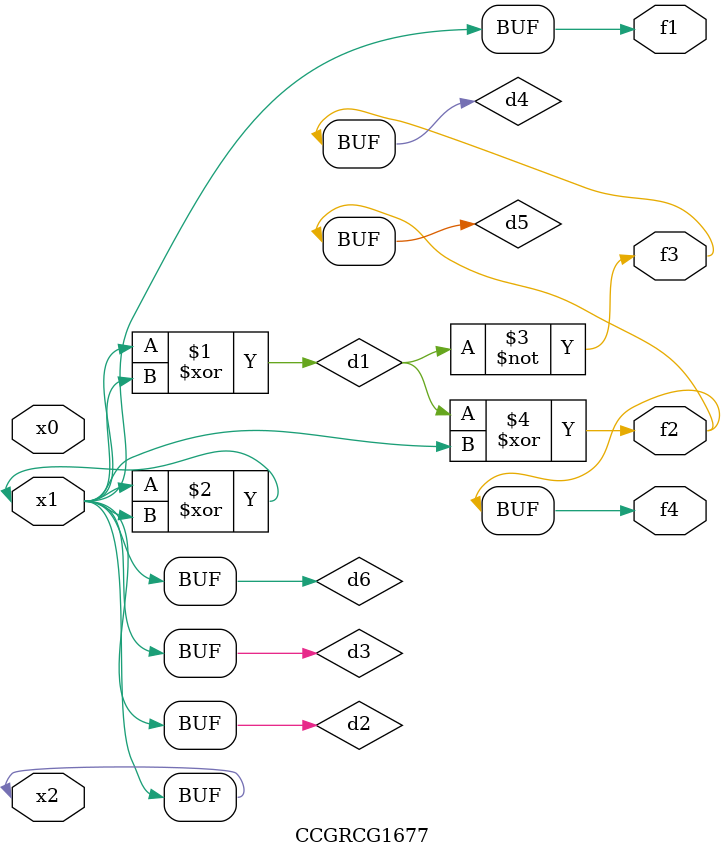
<source format=v>
module CCGRCG1677(
	input x0, x1, x2,
	output f1, f2, f3, f4
);

	wire d1, d2, d3, d4, d5, d6;

	xor (d1, x1, x2);
	buf (d2, x1, x2);
	xor (d3, x1, x2);
	nor (d4, d1);
	xor (d5, d1, d2);
	buf (d6, d2, d3);
	assign f1 = d6;
	assign f2 = d5;
	assign f3 = d4;
	assign f4 = d5;
endmodule

</source>
